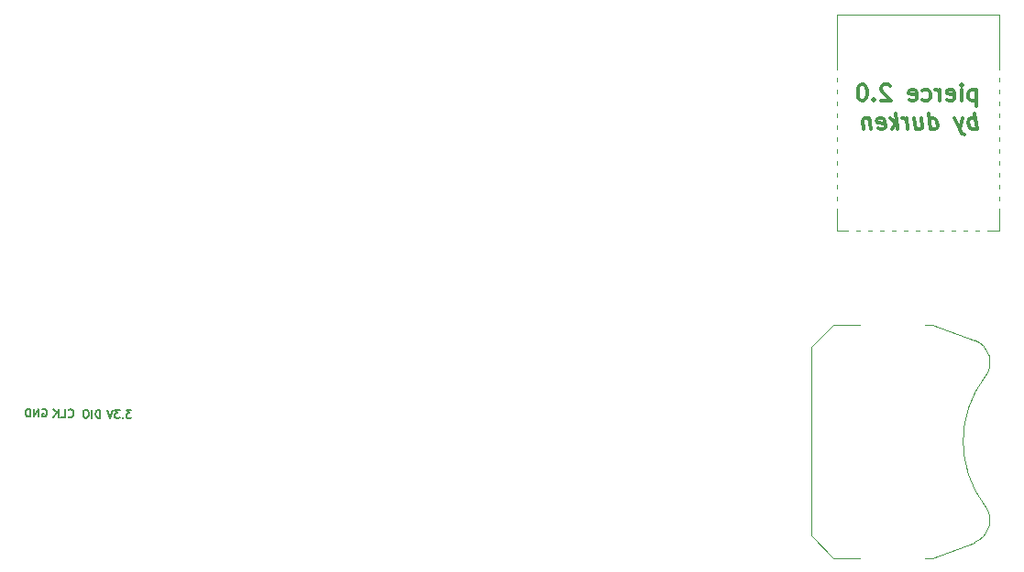
<source format=gbo>
G04 #@! TF.GenerationSoftware,KiCad,Pcbnew,5.1.10*
G04 #@! TF.CreationDate,2021-10-19T19:02:20+02:00*
G04 #@! TF.ProjectId,pierce,70696572-6365-42e6-9b69-6361645f7063,v 0.1*
G04 #@! TF.SameCoordinates,Original*
G04 #@! TF.FileFunction,Legend,Bot*
G04 #@! TF.FilePolarity,Positive*
%FSLAX46Y46*%
G04 Gerber Fmt 4.6, Leading zero omitted, Abs format (unit mm)*
G04 Created by KiCad (PCBNEW 5.1.10) date 2021-10-19 19:02:20*
%MOMM*%
%LPD*%
G01*
G04 APERTURE LIST*
%ADD10C,0.300000*%
%ADD11C,0.187500*%
%ADD12C,0.100000*%
%ADD13C,1.000000*%
%ADD14C,1.700000*%
%ADD15C,2.400000*%
%ADD16C,2.200000*%
%ADD17C,1.900000*%
%ADD18C,4.000000*%
%ADD19R,1.198880X0.698500*%
%ADD20R,0.698500X1.198880*%
%ADD21C,4.300000*%
%ADD22R,3.960000X3.960000*%
%ADD23R,5.080000X1.270000*%
%ADD24O,1.700000X1.700000*%
%ADD25R,1.700000X1.700000*%
G04 APERTURE END LIST*
D10*
X141255171Y-52194171D02*
X141255171Y-53694171D01*
X141255171Y-52265600D02*
X141112314Y-52194171D01*
X140826600Y-52194171D01*
X140683742Y-52265600D01*
X140612314Y-52337028D01*
X140540885Y-52479885D01*
X140540885Y-52908457D01*
X140612314Y-53051314D01*
X140683742Y-53122742D01*
X140826600Y-53194171D01*
X141112314Y-53194171D01*
X141255171Y-53122742D01*
X139898028Y-53194171D02*
X139898028Y-52194171D01*
X139898028Y-51694171D02*
X139969457Y-51765600D01*
X139898028Y-51837028D01*
X139826600Y-51765600D01*
X139898028Y-51694171D01*
X139898028Y-51837028D01*
X138612314Y-53122742D02*
X138755171Y-53194171D01*
X139040885Y-53194171D01*
X139183742Y-53122742D01*
X139255171Y-52979885D01*
X139255171Y-52408457D01*
X139183742Y-52265600D01*
X139040885Y-52194171D01*
X138755171Y-52194171D01*
X138612314Y-52265600D01*
X138540885Y-52408457D01*
X138540885Y-52551314D01*
X139255171Y-52694171D01*
X137898028Y-53194171D02*
X137898028Y-52194171D01*
X137898028Y-52479885D02*
X137826600Y-52337028D01*
X137755171Y-52265600D01*
X137612314Y-52194171D01*
X137469457Y-52194171D01*
X136326600Y-53122742D02*
X136469457Y-53194171D01*
X136755171Y-53194171D01*
X136898028Y-53122742D01*
X136969457Y-53051314D01*
X137040885Y-52908457D01*
X137040885Y-52479885D01*
X136969457Y-52337028D01*
X136898028Y-52265600D01*
X136755171Y-52194171D01*
X136469457Y-52194171D01*
X136326600Y-52265600D01*
X135112314Y-53122742D02*
X135255171Y-53194171D01*
X135540885Y-53194171D01*
X135683742Y-53122742D01*
X135755171Y-52979885D01*
X135755171Y-52408457D01*
X135683742Y-52265600D01*
X135540885Y-52194171D01*
X135255171Y-52194171D01*
X135112314Y-52265600D01*
X135040885Y-52408457D01*
X135040885Y-52551314D01*
X135755171Y-52694171D01*
X133326600Y-51837028D02*
X133255171Y-51765600D01*
X133112314Y-51694171D01*
X132755171Y-51694171D01*
X132612314Y-51765600D01*
X132540885Y-51837028D01*
X132469457Y-51979885D01*
X132469457Y-52122742D01*
X132540885Y-52337028D01*
X133398028Y-53194171D01*
X132469457Y-53194171D01*
X131826600Y-53051314D02*
X131755171Y-53122742D01*
X131826600Y-53194171D01*
X131898028Y-53122742D01*
X131826600Y-53051314D01*
X131826600Y-53194171D01*
X130826600Y-51694171D02*
X130683742Y-51694171D01*
X130540885Y-51765600D01*
X130469457Y-51837028D01*
X130398028Y-51979885D01*
X130326600Y-52265600D01*
X130326600Y-52622742D01*
X130398028Y-52908457D01*
X130469457Y-53051314D01*
X130540885Y-53122742D01*
X130683742Y-53194171D01*
X130826600Y-53194171D01*
X130969457Y-53122742D01*
X131040885Y-53051314D01*
X131112314Y-52908457D01*
X131183742Y-52622742D01*
X131183742Y-52265600D01*
X131112314Y-51979885D01*
X131040885Y-51837028D01*
X130969457Y-51765600D01*
X130826600Y-51694171D01*
X141323957Y-55835771D02*
X141136457Y-54335771D01*
X141207885Y-54907200D02*
X141056100Y-54835771D01*
X140770385Y-54835771D01*
X140636457Y-54907200D01*
X140573957Y-54978628D01*
X140520385Y-55121485D01*
X140573957Y-55550057D01*
X140663242Y-55692914D01*
X140743600Y-55764342D01*
X140895385Y-55835771D01*
X141181100Y-55835771D01*
X141315028Y-55764342D01*
X139984671Y-54835771D02*
X139752528Y-55835771D01*
X139270385Y-54835771D02*
X139752528Y-55835771D01*
X139940028Y-56192914D01*
X140020385Y-56264342D01*
X140172171Y-56335771D01*
X137038242Y-55835771D02*
X136850742Y-54335771D01*
X137029314Y-55764342D02*
X137181100Y-55835771D01*
X137466814Y-55835771D01*
X137600742Y-55764342D01*
X137663242Y-55692914D01*
X137716814Y-55550057D01*
X137663242Y-55121485D01*
X137573957Y-54978628D01*
X137493600Y-54907200D01*
X137341814Y-54835771D01*
X137056100Y-54835771D01*
X136922171Y-54907200D01*
X135556100Y-54835771D02*
X135681100Y-55835771D01*
X136198957Y-54835771D02*
X136297171Y-55621485D01*
X136243600Y-55764342D01*
X136109671Y-55835771D01*
X135895385Y-55835771D01*
X135743600Y-55764342D01*
X135663242Y-55692914D01*
X134966814Y-55835771D02*
X134841814Y-54835771D01*
X134877528Y-55121485D02*
X134788242Y-54978628D01*
X134707885Y-54907200D01*
X134556100Y-54835771D01*
X134413242Y-54835771D01*
X134038242Y-55835771D02*
X133850742Y-54335771D01*
X133823957Y-55264342D02*
X133466814Y-55835771D01*
X133341814Y-54835771D02*
X133984671Y-55407200D01*
X132243600Y-55764342D02*
X132395385Y-55835771D01*
X132681100Y-55835771D01*
X132815028Y-55764342D01*
X132868600Y-55621485D01*
X132797171Y-55050057D01*
X132707885Y-54907200D01*
X132556100Y-54835771D01*
X132270385Y-54835771D01*
X132136457Y-54907200D01*
X132082885Y-55050057D01*
X132100742Y-55192914D01*
X132832885Y-55335771D01*
X131413242Y-54835771D02*
X131538242Y-55835771D01*
X131431100Y-54978628D02*
X131350742Y-54907200D01*
X131198957Y-54835771D01*
X130984671Y-54835771D01*
X130850742Y-54907200D01*
X130797171Y-55050057D01*
X130895385Y-55835771D01*
D11*
X57418628Y-82411457D02*
X57454342Y-82447171D01*
X57561485Y-82482885D01*
X57632914Y-82482885D01*
X57740057Y-82447171D01*
X57811485Y-82375742D01*
X57847200Y-82304314D01*
X57882914Y-82161457D01*
X57882914Y-82054314D01*
X57847200Y-81911457D01*
X57811485Y-81840028D01*
X57740057Y-81768600D01*
X57632914Y-81732885D01*
X57561485Y-81732885D01*
X57454342Y-81768600D01*
X57418628Y-81804314D01*
X56740057Y-82482885D02*
X57097200Y-82482885D01*
X57097200Y-81732885D01*
X56490057Y-82482885D02*
X56490057Y-81732885D01*
X56061485Y-82482885D02*
X56382914Y-82054314D01*
X56061485Y-81732885D02*
X56490057Y-82161457D01*
X60356257Y-82533685D02*
X60356257Y-81783685D01*
X60177685Y-81783685D01*
X60070542Y-81819400D01*
X59999114Y-81890828D01*
X59963400Y-81962257D01*
X59927685Y-82105114D01*
X59927685Y-82212257D01*
X59963400Y-82355114D01*
X59999114Y-82426542D01*
X60070542Y-82497971D01*
X60177685Y-82533685D01*
X60356257Y-82533685D01*
X59606257Y-82533685D02*
X59606257Y-81783685D01*
X59106257Y-81783685D02*
X58963400Y-81783685D01*
X58891971Y-81819400D01*
X58820542Y-81890828D01*
X58784828Y-82033685D01*
X58784828Y-82283685D01*
X58820542Y-82426542D01*
X58891971Y-82497971D01*
X58963400Y-82533685D01*
X59106257Y-82533685D01*
X59177685Y-82497971D01*
X59249114Y-82426542D01*
X59284828Y-82283685D01*
X59284828Y-82033685D01*
X59249114Y-81890828D01*
X59177685Y-81819400D01*
X59106257Y-81783685D01*
X55029028Y-81717800D02*
X55100457Y-81682085D01*
X55207600Y-81682085D01*
X55314742Y-81717800D01*
X55386171Y-81789228D01*
X55421885Y-81860657D01*
X55457600Y-82003514D01*
X55457600Y-82110657D01*
X55421885Y-82253514D01*
X55386171Y-82324942D01*
X55314742Y-82396371D01*
X55207600Y-82432085D01*
X55136171Y-82432085D01*
X55029028Y-82396371D01*
X54993314Y-82360657D01*
X54993314Y-82110657D01*
X55136171Y-82110657D01*
X54671885Y-82432085D02*
X54671885Y-81682085D01*
X54243314Y-82432085D01*
X54243314Y-81682085D01*
X53886171Y-82432085D02*
X53886171Y-81682085D01*
X53707600Y-81682085D01*
X53600457Y-81717800D01*
X53529028Y-81789228D01*
X53493314Y-81860657D01*
X53457600Y-82003514D01*
X53457600Y-82110657D01*
X53493314Y-82253514D01*
X53529028Y-82324942D01*
X53600457Y-82396371D01*
X53707600Y-82432085D01*
X53886171Y-82432085D01*
X63235542Y-81809085D02*
X62771257Y-81809085D01*
X63021257Y-82094800D01*
X62914114Y-82094800D01*
X62842685Y-82130514D01*
X62806971Y-82166228D01*
X62771257Y-82237657D01*
X62771257Y-82416228D01*
X62806971Y-82487657D01*
X62842685Y-82523371D01*
X62914114Y-82559085D01*
X63128400Y-82559085D01*
X63199828Y-82523371D01*
X63235542Y-82487657D01*
X62449828Y-82487657D02*
X62414114Y-82523371D01*
X62449828Y-82559085D01*
X62485542Y-82523371D01*
X62449828Y-82487657D01*
X62449828Y-82559085D01*
X62164114Y-81809085D02*
X61699828Y-81809085D01*
X61949828Y-82094800D01*
X61842685Y-82094800D01*
X61771257Y-82130514D01*
X61735542Y-82166228D01*
X61699828Y-82237657D01*
X61699828Y-82416228D01*
X61735542Y-82487657D01*
X61771257Y-82523371D01*
X61842685Y-82559085D01*
X62056971Y-82559085D01*
X62128400Y-82523371D01*
X62164114Y-82487657D01*
X61485542Y-81809085D02*
X61235542Y-82559085D01*
X60985542Y-81809085D01*
D12*
X143413480Y-45201840D02*
X143413480Y-65201800D01*
X128417320Y-45201840D02*
X143413480Y-45201840D01*
X128417320Y-65201800D02*
X128417320Y-45201840D01*
X143413480Y-65201800D02*
X128417320Y-65201800D01*
X136553200Y-95480000D02*
X137183200Y-95480000D01*
X128093200Y-95480000D02*
X130553200Y-95480000D01*
X136553200Y-73920000D02*
X137183200Y-73920000D01*
X128093200Y-73920000D02*
X130553200Y-73920000D01*
X137183200Y-95480000D02*
X141133200Y-94040000D01*
X126013200Y-93400000D02*
X128093200Y-95480000D01*
X126013200Y-93400000D02*
X126013200Y-76000000D01*
X126013200Y-76000000D02*
X128093200Y-73920000D01*
X137183200Y-73920000D02*
X141133200Y-75360000D01*
X142106736Y-78695399D02*
G75*
G03*
X142103200Y-90700000I7806464J-6004601D01*
G01*
X142119730Y-78696646D02*
G75*
G03*
X141133200Y-75360000I-1716530J1306646D01*
G01*
X141141369Y-94025244D02*
G75*
G03*
X142103200Y-90700000I-738169J2015244D01*
G01*
%LPC*%
D13*
X112408391Y-41904940D03*
X122848391Y-41904940D03*
D14*
X112548391Y-37704940D03*
X122708391Y-37704940D03*
D15*
X115088391Y-33204940D03*
X115088391Y-33704940D03*
X120168391Y-33704940D03*
X120168391Y-33204940D03*
G36*
G01*
X120538489Y-34092478D02*
X120538489Y-34092478D01*
G75*
G02*
X121630333Y-34188002I498160J-593684D01*
G01*
X122433817Y-35145558D01*
G75*
G02*
X122338293Y-36237402I-593684J-498160D01*
G01*
X122338293Y-36237402D01*
G75*
G02*
X121246449Y-36141878I-498160J593684D01*
G01*
X120442965Y-35184322D01*
G75*
G02*
X120538489Y-34092478I593684J498160D01*
G01*
G37*
X115088391Y-32624940D03*
G36*
G01*
X112918489Y-36237402D02*
X112918489Y-36237402D01*
G75*
G02*
X112822965Y-35145558I498160J593684D01*
G01*
X113626449Y-34188002D01*
G75*
G02*
X114718293Y-34092478I593684J-498160D01*
G01*
X114718293Y-34092478D01*
G75*
G02*
X114813817Y-35184322I-498160J-593684D01*
G01*
X114010333Y-36141878D01*
G75*
G02*
X112918489Y-36237402I-593684J498160D01*
G01*
G37*
X120168391Y-32624940D03*
D16*
X117628391Y-31804940D03*
G36*
G01*
X111821325Y-34647589D02*
X111821325Y-34647589D01*
G75*
G02*
X111744289Y-33767069I401742J478778D01*
G01*
X112354937Y-33039327D01*
G75*
G02*
X113235457Y-32962291I478778J-401742D01*
G01*
X113235457Y-32962291D01*
G75*
G02*
X113312493Y-33842811I-401742J-478778D01*
G01*
X112701845Y-34570553D01*
G75*
G02*
X111821325Y-34647589I-478778J401742D01*
G01*
G37*
D17*
X123128391Y-37704940D03*
X112128391Y-37704940D03*
D18*
X117628391Y-37704940D03*
G36*
G01*
X122021325Y-32962291D02*
X122021325Y-32962291D01*
G75*
G02*
X122901845Y-33039327I401742J-478778D01*
G01*
X123512493Y-33767069D01*
G75*
G02*
X123435457Y-34647589I-478778J-401742D01*
G01*
X123435457Y-34647589D01*
G75*
G02*
X122554937Y-34570553I-401742J478778D01*
G01*
X121944289Y-33842811D01*
G75*
G02*
X122021325Y-32962291I478778J401742D01*
G01*
G37*
D13*
X112408391Y-60904940D03*
X122848391Y-60904940D03*
D14*
X112548391Y-56704940D03*
X122708391Y-56704940D03*
D15*
X115088391Y-52204940D03*
X115088391Y-52704940D03*
X120168391Y-52704940D03*
X120168391Y-52204940D03*
G36*
G01*
X120538489Y-53092478D02*
X120538489Y-53092478D01*
G75*
G02*
X121630333Y-53188002I498160J-593684D01*
G01*
X122433817Y-54145558D01*
G75*
G02*
X122338293Y-55237402I-593684J-498160D01*
G01*
X122338293Y-55237402D01*
G75*
G02*
X121246449Y-55141878I-498160J593684D01*
G01*
X120442965Y-54184322D01*
G75*
G02*
X120538489Y-53092478I593684J498160D01*
G01*
G37*
X115088391Y-51624940D03*
G36*
G01*
X112918489Y-55237402D02*
X112918489Y-55237402D01*
G75*
G02*
X112822965Y-54145558I498160J593684D01*
G01*
X113626449Y-53188002D01*
G75*
G02*
X114718293Y-53092478I593684J-498160D01*
G01*
X114718293Y-53092478D01*
G75*
G02*
X114813817Y-54184322I-498160J-593684D01*
G01*
X114010333Y-55141878D01*
G75*
G02*
X112918489Y-55237402I-593684J498160D01*
G01*
G37*
X120168391Y-51624940D03*
D16*
X117628391Y-50804940D03*
G36*
G01*
X111821325Y-53647589D02*
X111821325Y-53647589D01*
G75*
G02*
X111744289Y-52767069I401742J478778D01*
G01*
X112354937Y-52039327D01*
G75*
G02*
X113235457Y-51962291I478778J-401742D01*
G01*
X113235457Y-51962291D01*
G75*
G02*
X113312493Y-52842811I-401742J-478778D01*
G01*
X112701845Y-53570553D01*
G75*
G02*
X111821325Y-53647589I-478778J401742D01*
G01*
G37*
D17*
X123128391Y-56704940D03*
X112128391Y-56704940D03*
D18*
X117628391Y-56704940D03*
G36*
G01*
X122021325Y-51962291D02*
X122021325Y-51962291D01*
G75*
G02*
X122901845Y-52039327I401742J-478778D01*
G01*
X123512493Y-52767069D01*
G75*
G02*
X123435457Y-53647589I-478778J-401742D01*
G01*
X123435457Y-53647589D01*
G75*
G02*
X122554937Y-53570553I-401742J478778D01*
G01*
X121944289Y-52842811D01*
G75*
G02*
X122021325Y-51962291I478778J401742D01*
G01*
G37*
D13*
X36408391Y-89853598D03*
X46848391Y-89853598D03*
D14*
X36548391Y-85653598D03*
X46708391Y-85653598D03*
D15*
X39088391Y-81153598D03*
X39088391Y-81653598D03*
X44168391Y-81653598D03*
X44168391Y-81153598D03*
G36*
G01*
X44538489Y-82041136D02*
X44538489Y-82041136D01*
G75*
G02*
X45630333Y-82136660I498160J-593684D01*
G01*
X46433817Y-83094216D01*
G75*
G02*
X46338293Y-84186060I-593684J-498160D01*
G01*
X46338293Y-84186060D01*
G75*
G02*
X45246449Y-84090536I-498160J593684D01*
G01*
X44442965Y-83132980D01*
G75*
G02*
X44538489Y-82041136I593684J498160D01*
G01*
G37*
X39088391Y-80573598D03*
G36*
G01*
X36918489Y-84186060D02*
X36918489Y-84186060D01*
G75*
G02*
X36822965Y-83094216I498160J593684D01*
G01*
X37626449Y-82136660D01*
G75*
G02*
X38718293Y-82041136I593684J-498160D01*
G01*
X38718293Y-82041136D01*
G75*
G02*
X38813817Y-83132980I-498160J-593684D01*
G01*
X38010333Y-84090536D01*
G75*
G02*
X36918489Y-84186060I-593684J498160D01*
G01*
G37*
X44168391Y-80573598D03*
D16*
X41628391Y-79753598D03*
G36*
G01*
X35821325Y-82596247D02*
X35821325Y-82596247D01*
G75*
G02*
X35744289Y-81715727I401742J478778D01*
G01*
X36354937Y-80987985D01*
G75*
G02*
X37235457Y-80910949I478778J-401742D01*
G01*
X37235457Y-80910949D01*
G75*
G02*
X37312493Y-81791469I-401742J-478778D01*
G01*
X36701845Y-82519211D01*
G75*
G02*
X35821325Y-82596247I-478778J401742D01*
G01*
G37*
D17*
X47128391Y-85653598D03*
X36128391Y-85653598D03*
D18*
X41628391Y-85653598D03*
G36*
G01*
X46021325Y-80910949D02*
X46021325Y-80910949D01*
G75*
G02*
X46901845Y-80987985I401742J-478778D01*
G01*
X47512493Y-81715727D01*
G75*
G02*
X47435457Y-82596247I-478778J-401742D01*
G01*
X47435457Y-82596247D01*
G75*
G02*
X46554937Y-82519211I-401742J478778D01*
G01*
X45944289Y-81791469D01*
G75*
G02*
X46021325Y-80910949I478778J401742D01*
G01*
G37*
D13*
X36408391Y-70853598D03*
X46848391Y-70853598D03*
D14*
X36548391Y-66653598D03*
X46708391Y-66653598D03*
D15*
X39088391Y-62153598D03*
X39088391Y-62653598D03*
X44168391Y-62653598D03*
X44168391Y-62153598D03*
G36*
G01*
X44538489Y-63041136D02*
X44538489Y-63041136D01*
G75*
G02*
X45630333Y-63136660I498160J-593684D01*
G01*
X46433817Y-64094216D01*
G75*
G02*
X46338293Y-65186060I-593684J-498160D01*
G01*
X46338293Y-65186060D01*
G75*
G02*
X45246449Y-65090536I-498160J593684D01*
G01*
X44442965Y-64132980D01*
G75*
G02*
X44538489Y-63041136I593684J498160D01*
G01*
G37*
X39088391Y-61573598D03*
G36*
G01*
X36918489Y-65186060D02*
X36918489Y-65186060D01*
G75*
G02*
X36822965Y-64094216I498160J593684D01*
G01*
X37626449Y-63136660D01*
G75*
G02*
X38718293Y-63041136I593684J-498160D01*
G01*
X38718293Y-63041136D01*
G75*
G02*
X38813817Y-64132980I-498160J-593684D01*
G01*
X38010333Y-65090536D01*
G75*
G02*
X36918489Y-65186060I-593684J498160D01*
G01*
G37*
X44168391Y-61573598D03*
D16*
X41628391Y-60753598D03*
G36*
G01*
X35821325Y-63596247D02*
X35821325Y-63596247D01*
G75*
G02*
X35744289Y-62715727I401742J478778D01*
G01*
X36354937Y-61987985D01*
G75*
G02*
X37235457Y-61910949I478778J-401742D01*
G01*
X37235457Y-61910949D01*
G75*
G02*
X37312493Y-62791469I-401742J-478778D01*
G01*
X36701845Y-63519211D01*
G75*
G02*
X35821325Y-63596247I-478778J401742D01*
G01*
G37*
D17*
X47128391Y-66653598D03*
X36128391Y-66653598D03*
D18*
X41628391Y-66653598D03*
G36*
G01*
X46021325Y-61910949D02*
X46021325Y-61910949D01*
G75*
G02*
X46901845Y-61987985I401742J-478778D01*
G01*
X47512493Y-62715727D01*
G75*
G02*
X47435457Y-63596247I-478778J-401742D01*
G01*
X47435457Y-63596247D01*
G75*
G02*
X46554937Y-63519211I-401742J478778D01*
G01*
X45944289Y-62791469D01*
G75*
G02*
X46021325Y-61910949I478778J401742D01*
G01*
G37*
D13*
X36408391Y-51853598D03*
X46848391Y-51853598D03*
D14*
X36548391Y-47653598D03*
X46708391Y-47653598D03*
D15*
X39088391Y-43153598D03*
X39088391Y-43653598D03*
X44168391Y-43653598D03*
X44168391Y-43153598D03*
G36*
G01*
X44538489Y-44041136D02*
X44538489Y-44041136D01*
G75*
G02*
X45630333Y-44136660I498160J-593684D01*
G01*
X46433817Y-45094216D01*
G75*
G02*
X46338293Y-46186060I-593684J-498160D01*
G01*
X46338293Y-46186060D01*
G75*
G02*
X45246449Y-46090536I-498160J593684D01*
G01*
X44442965Y-45132980D01*
G75*
G02*
X44538489Y-44041136I593684J498160D01*
G01*
G37*
X39088391Y-42573598D03*
G36*
G01*
X36918489Y-46186060D02*
X36918489Y-46186060D01*
G75*
G02*
X36822965Y-45094216I498160J593684D01*
G01*
X37626449Y-44136660D01*
G75*
G02*
X38718293Y-44041136I593684J-498160D01*
G01*
X38718293Y-44041136D01*
G75*
G02*
X38813817Y-45132980I-498160J-593684D01*
G01*
X38010333Y-46090536D01*
G75*
G02*
X36918489Y-46186060I-593684J498160D01*
G01*
G37*
X44168391Y-42573598D03*
D16*
X41628391Y-41753598D03*
G36*
G01*
X35821325Y-44596247D02*
X35821325Y-44596247D01*
G75*
G02*
X35744289Y-43715727I401742J478778D01*
G01*
X36354937Y-42987985D01*
G75*
G02*
X37235457Y-42910949I478778J-401742D01*
G01*
X37235457Y-42910949D01*
G75*
G02*
X37312493Y-43791469I-401742J-478778D01*
G01*
X36701845Y-44519211D01*
G75*
G02*
X35821325Y-44596247I-478778J401742D01*
G01*
G37*
D17*
X47128391Y-47653598D03*
X36128391Y-47653598D03*
D18*
X41628391Y-47653598D03*
G36*
G01*
X46021325Y-42910949D02*
X46021325Y-42910949D01*
G75*
G02*
X46901845Y-42987985I401742J-478778D01*
G01*
X47512493Y-43715727D01*
G75*
G02*
X47435457Y-44596247I-478778J-401742D01*
G01*
X47435457Y-44596247D01*
G75*
G02*
X46554937Y-44519211I-401742J478778D01*
G01*
X45944289Y-43791469D01*
G75*
G02*
X46021325Y-42910949I478778J401742D01*
G01*
G37*
D13*
X55408391Y-58405582D03*
X65848391Y-58405582D03*
D14*
X55548391Y-54205582D03*
X65708391Y-54205582D03*
D15*
X58088391Y-49705582D03*
X58088391Y-50205582D03*
X63168391Y-50205582D03*
X63168391Y-49705582D03*
G36*
G01*
X63538489Y-50593120D02*
X63538489Y-50593120D01*
G75*
G02*
X64630333Y-50688644I498160J-593684D01*
G01*
X65433817Y-51646200D01*
G75*
G02*
X65338293Y-52738044I-593684J-498160D01*
G01*
X65338293Y-52738044D01*
G75*
G02*
X64246449Y-52642520I-498160J593684D01*
G01*
X63442965Y-51684964D01*
G75*
G02*
X63538489Y-50593120I593684J498160D01*
G01*
G37*
X58088391Y-49125582D03*
G36*
G01*
X55918489Y-52738044D02*
X55918489Y-52738044D01*
G75*
G02*
X55822965Y-51646200I498160J593684D01*
G01*
X56626449Y-50688644D01*
G75*
G02*
X57718293Y-50593120I593684J-498160D01*
G01*
X57718293Y-50593120D01*
G75*
G02*
X57813817Y-51684964I-498160J-593684D01*
G01*
X57010333Y-52642520D01*
G75*
G02*
X55918489Y-52738044I-593684J498160D01*
G01*
G37*
X63168391Y-49125582D03*
D16*
X60628391Y-48305582D03*
G36*
G01*
X54821325Y-51148231D02*
X54821325Y-51148231D01*
G75*
G02*
X54744289Y-50267711I401742J478778D01*
G01*
X55354937Y-49539969D01*
G75*
G02*
X56235457Y-49462933I478778J-401742D01*
G01*
X56235457Y-49462933D01*
G75*
G02*
X56312493Y-50343453I-401742J-478778D01*
G01*
X55701845Y-51071195D01*
G75*
G02*
X54821325Y-51148231I-478778J401742D01*
G01*
G37*
D17*
X66128391Y-54205582D03*
X55128391Y-54205582D03*
D18*
X60628391Y-54205582D03*
G36*
G01*
X65021325Y-49462933D02*
X65021325Y-49462933D01*
G75*
G02*
X65901845Y-49539969I401742J-478778D01*
G01*
X66512493Y-50267711D01*
G75*
G02*
X66435457Y-51148231I-478778J-401742D01*
G01*
X66435457Y-51148231D01*
G75*
G02*
X65554937Y-51071195I-401742J478778D01*
G01*
X64944289Y-50343453D01*
G75*
G02*
X65021325Y-49462933I478778J401742D01*
G01*
G37*
D13*
X55408391Y-77405582D03*
X65848391Y-77405582D03*
D14*
X55548391Y-73205582D03*
X65708391Y-73205582D03*
D15*
X58088391Y-68705582D03*
X58088391Y-69205582D03*
X63168391Y-69205582D03*
X63168391Y-68705582D03*
G36*
G01*
X63538489Y-69593120D02*
X63538489Y-69593120D01*
G75*
G02*
X64630333Y-69688644I498160J-593684D01*
G01*
X65433817Y-70646200D01*
G75*
G02*
X65338293Y-71738044I-593684J-498160D01*
G01*
X65338293Y-71738044D01*
G75*
G02*
X64246449Y-71642520I-498160J593684D01*
G01*
X63442965Y-70684964D01*
G75*
G02*
X63538489Y-69593120I593684J498160D01*
G01*
G37*
X58088391Y-68125582D03*
G36*
G01*
X55918489Y-71738044D02*
X55918489Y-71738044D01*
G75*
G02*
X55822965Y-70646200I498160J593684D01*
G01*
X56626449Y-69688644D01*
G75*
G02*
X57718293Y-69593120I593684J-498160D01*
G01*
X57718293Y-69593120D01*
G75*
G02*
X57813817Y-70684964I-498160J-593684D01*
G01*
X57010333Y-71642520D01*
G75*
G02*
X55918489Y-71738044I-593684J498160D01*
G01*
G37*
X63168391Y-68125582D03*
D16*
X60628391Y-67305582D03*
G36*
G01*
X54821325Y-70148231D02*
X54821325Y-70148231D01*
G75*
G02*
X54744289Y-69267711I401742J478778D01*
G01*
X55354937Y-68539969D01*
G75*
G02*
X56235457Y-68462933I478778J-401742D01*
G01*
X56235457Y-68462933D01*
G75*
G02*
X56312493Y-69343453I-401742J-478778D01*
G01*
X55701845Y-70071195D01*
G75*
G02*
X54821325Y-70148231I-478778J401742D01*
G01*
G37*
D17*
X66128391Y-73205582D03*
X55128391Y-73205582D03*
D18*
X60628391Y-73205582D03*
G36*
G01*
X65021325Y-68462933D02*
X65021325Y-68462933D01*
G75*
G02*
X65901845Y-68539969I401742J-478778D01*
G01*
X66512493Y-69267711D01*
G75*
G02*
X66435457Y-70148231I-478778J-401742D01*
G01*
X66435457Y-70148231D01*
G75*
G02*
X65554937Y-70071195I-401742J478778D01*
G01*
X64944289Y-69343453D01*
G75*
G02*
X65021325Y-68462933I478778J401742D01*
G01*
G37*
D13*
X74408391Y-75155144D03*
X84848391Y-75155144D03*
D14*
X74548391Y-70955144D03*
X84708391Y-70955144D03*
D15*
X77088391Y-66455144D03*
X77088391Y-66955144D03*
X82168391Y-66955144D03*
X82168391Y-66455144D03*
G36*
G01*
X82538489Y-67342682D02*
X82538489Y-67342682D01*
G75*
G02*
X83630333Y-67438206I498160J-593684D01*
G01*
X84433817Y-68395762D01*
G75*
G02*
X84338293Y-69487606I-593684J-498160D01*
G01*
X84338293Y-69487606D01*
G75*
G02*
X83246449Y-69392082I-498160J593684D01*
G01*
X82442965Y-68434526D01*
G75*
G02*
X82538489Y-67342682I593684J498160D01*
G01*
G37*
X77088391Y-65875144D03*
G36*
G01*
X74918489Y-69487606D02*
X74918489Y-69487606D01*
G75*
G02*
X74822965Y-68395762I498160J593684D01*
G01*
X75626449Y-67438206D01*
G75*
G02*
X76718293Y-67342682I593684J-498160D01*
G01*
X76718293Y-67342682D01*
G75*
G02*
X76813817Y-68434526I-498160J-593684D01*
G01*
X76010333Y-69392082D01*
G75*
G02*
X74918489Y-69487606I-593684J498160D01*
G01*
G37*
X82168391Y-65875144D03*
D16*
X79628391Y-65055144D03*
G36*
G01*
X73821325Y-67897793D02*
X73821325Y-67897793D01*
G75*
G02*
X73744289Y-67017273I401742J478778D01*
G01*
X74354937Y-66289531D01*
G75*
G02*
X75235457Y-66212495I478778J-401742D01*
G01*
X75235457Y-66212495D01*
G75*
G02*
X75312493Y-67093015I-401742J-478778D01*
G01*
X74701845Y-67820757D01*
G75*
G02*
X73821325Y-67897793I-478778J401742D01*
G01*
G37*
D17*
X85128391Y-70955144D03*
X74128391Y-70955144D03*
D18*
X79628391Y-70955144D03*
G36*
G01*
X84021325Y-66212495D02*
X84021325Y-66212495D01*
G75*
G02*
X84901845Y-66289531I401742J-478778D01*
G01*
X85512493Y-67017273D01*
G75*
G02*
X85435457Y-67897793I-478778J-401742D01*
G01*
X85435457Y-67897793D01*
G75*
G02*
X84554937Y-67820757I-401742J478778D01*
G01*
X83944289Y-67093015D01*
G75*
G02*
X84021325Y-66212495I478778J401742D01*
G01*
G37*
D13*
X74408391Y-56155144D03*
X84848391Y-56155144D03*
D14*
X74548391Y-51955144D03*
X84708391Y-51955144D03*
D15*
X77088391Y-47455144D03*
X77088391Y-47955144D03*
X82168391Y-47955144D03*
X82168391Y-47455144D03*
G36*
G01*
X82538489Y-48342682D02*
X82538489Y-48342682D01*
G75*
G02*
X83630333Y-48438206I498160J-593684D01*
G01*
X84433817Y-49395762D01*
G75*
G02*
X84338293Y-50487606I-593684J-498160D01*
G01*
X84338293Y-50487606D01*
G75*
G02*
X83246449Y-50392082I-498160J593684D01*
G01*
X82442965Y-49434526D01*
G75*
G02*
X82538489Y-48342682I593684J498160D01*
G01*
G37*
X77088391Y-46875144D03*
G36*
G01*
X74918489Y-50487606D02*
X74918489Y-50487606D01*
G75*
G02*
X74822965Y-49395762I498160J593684D01*
G01*
X75626449Y-48438206D01*
G75*
G02*
X76718293Y-48342682I593684J-498160D01*
G01*
X76718293Y-48342682D01*
G75*
G02*
X76813817Y-49434526I-498160J-593684D01*
G01*
X76010333Y-50392082D01*
G75*
G02*
X74918489Y-50487606I-593684J498160D01*
G01*
G37*
X82168391Y-46875144D03*
D16*
X79628391Y-46055144D03*
G36*
G01*
X73821325Y-48897793D02*
X73821325Y-48897793D01*
G75*
G02*
X73744289Y-48017273I401742J478778D01*
G01*
X74354937Y-47289531D01*
G75*
G02*
X75235457Y-47212495I478778J-401742D01*
G01*
X75235457Y-47212495D01*
G75*
G02*
X75312493Y-48093015I-401742J-478778D01*
G01*
X74701845Y-48820757D01*
G75*
G02*
X73821325Y-48897793I-478778J401742D01*
G01*
G37*
D17*
X85128391Y-51955144D03*
X74128391Y-51955144D03*
D18*
X79628391Y-51955144D03*
G36*
G01*
X84021325Y-47212495D02*
X84021325Y-47212495D01*
G75*
G02*
X84901845Y-47289531I401742J-478778D01*
G01*
X85512493Y-48017273D01*
G75*
G02*
X85435457Y-48897793I-478778J-401742D01*
G01*
X85435457Y-48897793D01*
G75*
G02*
X84554937Y-48820757I-401742J478778D01*
G01*
X83944289Y-48093015D01*
G75*
G02*
X84021325Y-47212495I478778J401742D01*
G01*
G37*
D13*
X55408391Y-39405582D03*
X65848391Y-39405582D03*
D14*
X55548391Y-35205582D03*
X65708391Y-35205582D03*
D15*
X58088391Y-30705582D03*
X58088391Y-31205582D03*
X63168391Y-31205582D03*
X63168391Y-30705582D03*
G36*
G01*
X63538489Y-31593120D02*
X63538489Y-31593120D01*
G75*
G02*
X64630333Y-31688644I498160J-593684D01*
G01*
X65433817Y-32646200D01*
G75*
G02*
X65338293Y-33738044I-593684J-498160D01*
G01*
X65338293Y-33738044D01*
G75*
G02*
X64246449Y-33642520I-498160J593684D01*
G01*
X63442965Y-32684964D01*
G75*
G02*
X63538489Y-31593120I593684J498160D01*
G01*
G37*
X58088391Y-30125582D03*
G36*
G01*
X55918489Y-33738044D02*
X55918489Y-33738044D01*
G75*
G02*
X55822965Y-32646200I498160J593684D01*
G01*
X56626449Y-31688644D01*
G75*
G02*
X57718293Y-31593120I593684J-498160D01*
G01*
X57718293Y-31593120D01*
G75*
G02*
X57813817Y-32684964I-498160J-593684D01*
G01*
X57010333Y-33642520D01*
G75*
G02*
X55918489Y-33738044I-593684J498160D01*
G01*
G37*
X63168391Y-30125582D03*
D16*
X60628391Y-29305582D03*
G36*
G01*
X54821325Y-32148231D02*
X54821325Y-32148231D01*
G75*
G02*
X54744289Y-31267711I401742J478778D01*
G01*
X55354937Y-30539969D01*
G75*
G02*
X56235457Y-30462933I478778J-401742D01*
G01*
X56235457Y-30462933D01*
G75*
G02*
X56312493Y-31343453I-401742J-478778D01*
G01*
X55701845Y-32071195D01*
G75*
G02*
X54821325Y-32148231I-478778J401742D01*
G01*
G37*
D17*
X66128391Y-35205582D03*
X55128391Y-35205582D03*
D18*
X60628391Y-35205582D03*
G36*
G01*
X65021325Y-30462933D02*
X65021325Y-30462933D01*
G75*
G02*
X65901845Y-30539969I401742J-478778D01*
G01*
X66512493Y-31267711D01*
G75*
G02*
X66435457Y-32148231I-478778J-401742D01*
G01*
X66435457Y-32148231D01*
G75*
G02*
X65554937Y-32071195I-401742J478778D01*
G01*
X64944289Y-31343453D01*
G75*
G02*
X65021325Y-30462933I478778J401742D01*
G01*
G37*
D13*
X74408391Y-37155144D03*
X84848391Y-37155144D03*
D14*
X74548391Y-32955144D03*
X84708391Y-32955144D03*
D15*
X77088391Y-28455144D03*
X77088391Y-28955144D03*
X82168391Y-28955144D03*
X82168391Y-28455144D03*
G36*
G01*
X82538489Y-29342682D02*
X82538489Y-29342682D01*
G75*
G02*
X83630333Y-29438206I498160J-593684D01*
G01*
X84433817Y-30395762D01*
G75*
G02*
X84338293Y-31487606I-593684J-498160D01*
G01*
X84338293Y-31487606D01*
G75*
G02*
X83246449Y-31392082I-498160J593684D01*
G01*
X82442965Y-30434526D01*
G75*
G02*
X82538489Y-29342682I593684J498160D01*
G01*
G37*
X77088391Y-27875144D03*
G36*
G01*
X74918489Y-31487606D02*
X74918489Y-31487606D01*
G75*
G02*
X74822965Y-30395762I498160J593684D01*
G01*
X75626449Y-29438206D01*
G75*
G02*
X76718293Y-29342682I593684J-498160D01*
G01*
X76718293Y-29342682D01*
G75*
G02*
X76813817Y-30434526I-498160J-593684D01*
G01*
X76010333Y-31392082D01*
G75*
G02*
X74918489Y-31487606I-593684J498160D01*
G01*
G37*
X82168391Y-27875144D03*
D16*
X79628391Y-27055144D03*
G36*
G01*
X73821325Y-29897793D02*
X73821325Y-29897793D01*
G75*
G02*
X73744289Y-29017273I401742J478778D01*
G01*
X74354937Y-28289531D01*
G75*
G02*
X75235457Y-28212495I478778J-401742D01*
G01*
X75235457Y-28212495D01*
G75*
G02*
X75312493Y-29093015I-401742J-478778D01*
G01*
X74701845Y-29820757D01*
G75*
G02*
X73821325Y-29897793I-478778J401742D01*
G01*
G37*
D17*
X85128391Y-32955144D03*
X74128391Y-32955144D03*
D18*
X79628391Y-32955144D03*
G36*
G01*
X84021325Y-28212495D02*
X84021325Y-28212495D01*
G75*
G02*
X84901845Y-28289531I401742J-478778D01*
G01*
X85512493Y-29017273D01*
G75*
G02*
X85435457Y-29897793I-478778J-401742D01*
G01*
X85435457Y-29897793D01*
G75*
G02*
X84554937Y-29820757I-401742J478778D01*
G01*
X83944289Y-29093015D01*
G75*
G02*
X84021325Y-28212495I478778J401742D01*
G01*
G37*
D13*
X93408391Y-39405582D03*
X103848391Y-39405582D03*
D14*
X93548391Y-35205582D03*
X103708391Y-35205582D03*
D15*
X96088391Y-30705582D03*
X96088391Y-31205582D03*
X101168391Y-31205582D03*
X101168391Y-30705582D03*
G36*
G01*
X101538489Y-31593120D02*
X101538489Y-31593120D01*
G75*
G02*
X102630333Y-31688644I498160J-593684D01*
G01*
X103433817Y-32646200D01*
G75*
G02*
X103338293Y-33738044I-593684J-498160D01*
G01*
X103338293Y-33738044D01*
G75*
G02*
X102246449Y-33642520I-498160J593684D01*
G01*
X101442965Y-32684964D01*
G75*
G02*
X101538489Y-31593120I593684J498160D01*
G01*
G37*
X96088391Y-30125582D03*
G36*
G01*
X93918489Y-33738044D02*
X93918489Y-33738044D01*
G75*
G02*
X93822965Y-32646200I498160J593684D01*
G01*
X94626449Y-31688644D01*
G75*
G02*
X95718293Y-31593120I593684J-498160D01*
G01*
X95718293Y-31593120D01*
G75*
G02*
X95813817Y-32684964I-498160J-593684D01*
G01*
X95010333Y-33642520D01*
G75*
G02*
X93918489Y-33738044I-593684J498160D01*
G01*
G37*
X101168391Y-30125582D03*
D16*
X98628391Y-29305582D03*
G36*
G01*
X92821325Y-32148231D02*
X92821325Y-32148231D01*
G75*
G02*
X92744289Y-31267711I401742J478778D01*
G01*
X93354937Y-30539969D01*
G75*
G02*
X94235457Y-30462933I478778J-401742D01*
G01*
X94235457Y-30462933D01*
G75*
G02*
X94312493Y-31343453I-401742J-478778D01*
G01*
X93701845Y-32071195D01*
G75*
G02*
X92821325Y-32148231I-478778J401742D01*
G01*
G37*
D17*
X104128391Y-35205582D03*
X93128391Y-35205582D03*
D18*
X98628391Y-35205582D03*
G36*
G01*
X103021325Y-30462933D02*
X103021325Y-30462933D01*
G75*
G02*
X103901845Y-30539969I401742J-478778D01*
G01*
X104512493Y-31267711D01*
G75*
G02*
X104435457Y-32148231I-478778J-401742D01*
G01*
X104435457Y-32148231D01*
G75*
G02*
X103554937Y-32071195I-401742J478778D01*
G01*
X102944289Y-31343453D01*
G75*
G02*
X103021325Y-30462933I478778J401742D01*
G01*
G37*
D13*
X93408391Y-58405582D03*
X103848391Y-58405582D03*
D14*
X93548391Y-54205582D03*
X103708391Y-54205582D03*
D15*
X96088391Y-49705582D03*
X96088391Y-50205582D03*
X101168391Y-50205582D03*
X101168391Y-49705582D03*
G36*
G01*
X101538489Y-50593120D02*
X101538489Y-50593120D01*
G75*
G02*
X102630333Y-50688644I498160J-593684D01*
G01*
X103433817Y-51646200D01*
G75*
G02*
X103338293Y-52738044I-593684J-498160D01*
G01*
X103338293Y-52738044D01*
G75*
G02*
X102246449Y-52642520I-498160J593684D01*
G01*
X101442965Y-51684964D01*
G75*
G02*
X101538489Y-50593120I593684J498160D01*
G01*
G37*
X96088391Y-49125582D03*
G36*
G01*
X93918489Y-52738044D02*
X93918489Y-52738044D01*
G75*
G02*
X93822965Y-51646200I498160J593684D01*
G01*
X94626449Y-50688644D01*
G75*
G02*
X95718293Y-50593120I593684J-498160D01*
G01*
X95718293Y-50593120D01*
G75*
G02*
X95813817Y-51684964I-498160J-593684D01*
G01*
X95010333Y-52642520D01*
G75*
G02*
X93918489Y-52738044I-593684J498160D01*
G01*
G37*
X101168391Y-49125582D03*
D16*
X98628391Y-48305582D03*
G36*
G01*
X92821325Y-51148231D02*
X92821325Y-51148231D01*
G75*
G02*
X92744289Y-50267711I401742J478778D01*
G01*
X93354937Y-49539969D01*
G75*
G02*
X94235457Y-49462933I478778J-401742D01*
G01*
X94235457Y-49462933D01*
G75*
G02*
X94312493Y-50343453I-401742J-478778D01*
G01*
X93701845Y-51071195D01*
G75*
G02*
X92821325Y-51148231I-478778J401742D01*
G01*
G37*
D17*
X104128391Y-54205582D03*
X93128391Y-54205582D03*
D18*
X98628391Y-54205582D03*
G36*
G01*
X103021325Y-49462933D02*
X103021325Y-49462933D01*
G75*
G02*
X103901845Y-49539969I401742J-478778D01*
G01*
X104512493Y-50267711D01*
G75*
G02*
X104435457Y-51148231I-478778J-401742D01*
G01*
X104435457Y-51148231D01*
G75*
G02*
X103554937Y-51071195I-401742J478778D01*
G01*
X102944289Y-50343453D01*
G75*
G02*
X103021325Y-49462933I478778J401742D01*
G01*
G37*
D13*
X93408391Y-77405582D03*
X103848391Y-77405582D03*
D14*
X93548391Y-73205582D03*
X103708391Y-73205582D03*
D15*
X96088391Y-68705582D03*
X96088391Y-69205582D03*
X101168391Y-69205582D03*
X101168391Y-68705582D03*
G36*
G01*
X101538489Y-69593120D02*
X101538489Y-69593120D01*
G75*
G02*
X102630333Y-69688644I498160J-593684D01*
G01*
X103433817Y-70646200D01*
G75*
G02*
X103338293Y-71738044I-593684J-498160D01*
G01*
X103338293Y-71738044D01*
G75*
G02*
X102246449Y-71642520I-498160J593684D01*
G01*
X101442965Y-70684964D01*
G75*
G02*
X101538489Y-69593120I593684J498160D01*
G01*
G37*
X96088391Y-68125582D03*
G36*
G01*
X93918489Y-71738044D02*
X93918489Y-71738044D01*
G75*
G02*
X93822965Y-70646200I498160J593684D01*
G01*
X94626449Y-69688644D01*
G75*
G02*
X95718293Y-69593120I593684J-498160D01*
G01*
X95718293Y-69593120D01*
G75*
G02*
X95813817Y-70684964I-498160J-593684D01*
G01*
X95010333Y-71642520D01*
G75*
G02*
X93918489Y-71738044I-593684J498160D01*
G01*
G37*
X101168391Y-68125582D03*
D16*
X98628391Y-67305582D03*
G36*
G01*
X92821325Y-70148231D02*
X92821325Y-70148231D01*
G75*
G02*
X92744289Y-69267711I401742J478778D01*
G01*
X93354937Y-68539969D01*
G75*
G02*
X94235457Y-68462933I478778J-401742D01*
G01*
X94235457Y-68462933D01*
G75*
G02*
X94312493Y-69343453I-401742J-478778D01*
G01*
X93701845Y-70071195D01*
G75*
G02*
X92821325Y-70148231I-478778J401742D01*
G01*
G37*
D17*
X104128391Y-73205582D03*
X93128391Y-73205582D03*
D18*
X98628391Y-73205582D03*
G36*
G01*
X103021325Y-68462933D02*
X103021325Y-68462933D01*
G75*
G02*
X103901845Y-68539969I401742J-478778D01*
G01*
X104512493Y-69267711D01*
G75*
G02*
X104435457Y-70148231I-478778J-401742D01*
G01*
X104435457Y-70148231D01*
G75*
G02*
X103554937Y-70071195I-401742J478778D01*
G01*
X102944289Y-69343453D01*
G75*
G02*
X103021325Y-68462933I478778J401742D01*
G01*
G37*
D13*
X112408391Y-79904940D03*
X122848391Y-79904940D03*
D14*
X112548391Y-75704940D03*
X122708391Y-75704940D03*
D15*
X115088391Y-71204940D03*
X115088391Y-71704940D03*
X120168391Y-71704940D03*
X120168391Y-71204940D03*
G36*
G01*
X120538489Y-72092478D02*
X120538489Y-72092478D01*
G75*
G02*
X121630333Y-72188002I498160J-593684D01*
G01*
X122433817Y-73145558D01*
G75*
G02*
X122338293Y-74237402I-593684J-498160D01*
G01*
X122338293Y-74237402D01*
G75*
G02*
X121246449Y-74141878I-498160J593684D01*
G01*
X120442965Y-73184322D01*
G75*
G02*
X120538489Y-72092478I593684J498160D01*
G01*
G37*
X115088391Y-70624940D03*
G36*
G01*
X112918489Y-74237402D02*
X112918489Y-74237402D01*
G75*
G02*
X112822965Y-73145558I498160J593684D01*
G01*
X113626449Y-72188002D01*
G75*
G02*
X114718293Y-72092478I593684J-498160D01*
G01*
X114718293Y-72092478D01*
G75*
G02*
X114813817Y-73184322I-498160J-593684D01*
G01*
X114010333Y-74141878D01*
G75*
G02*
X112918489Y-74237402I-593684J498160D01*
G01*
G37*
X120168391Y-70624940D03*
D16*
X117628391Y-69804940D03*
G36*
G01*
X111821325Y-72647589D02*
X111821325Y-72647589D01*
G75*
G02*
X111744289Y-71767069I401742J478778D01*
G01*
X112354937Y-71039327D01*
G75*
G02*
X113235457Y-70962291I478778J-401742D01*
G01*
X113235457Y-70962291D01*
G75*
G02*
X113312493Y-71842811I-401742J-478778D01*
G01*
X112701845Y-72570553D01*
G75*
G02*
X111821325Y-72647589I-478778J401742D01*
G01*
G37*
D17*
X123128391Y-75704940D03*
X112128391Y-75704940D03*
D18*
X117628391Y-75704940D03*
G36*
G01*
X122021325Y-70962291D02*
X122021325Y-70962291D01*
G75*
G02*
X122901845Y-71039327I401742J-478778D01*
G01*
X123512493Y-71767069D01*
G75*
G02*
X123435457Y-72647589I-478778J-401742D01*
G01*
X123435457Y-72647589D01*
G75*
G02*
X122554937Y-72570553I-401742J478778D01*
G01*
X121944289Y-71842811D01*
G75*
G02*
X122021325Y-70962291I478778J401742D01*
G01*
G37*
D13*
X84410000Y-97340000D03*
X94850000Y-97340000D03*
D14*
X84550000Y-93140000D03*
X94710000Y-93140000D03*
D15*
X87090000Y-88640000D03*
X87090000Y-89140000D03*
X92170000Y-89140000D03*
X92170000Y-88640000D03*
G36*
G01*
X92540098Y-89527538D02*
X92540098Y-89527538D01*
G75*
G02*
X93631942Y-89623062I498160J-593684D01*
G01*
X94435426Y-90580618D01*
G75*
G02*
X94339902Y-91672462I-593684J-498160D01*
G01*
X94339902Y-91672462D01*
G75*
G02*
X93248058Y-91576938I-498160J593684D01*
G01*
X92444574Y-90619382D01*
G75*
G02*
X92540098Y-89527538I593684J498160D01*
G01*
G37*
X87090000Y-88060000D03*
G36*
G01*
X84920098Y-91672462D02*
X84920098Y-91672462D01*
G75*
G02*
X84824574Y-90580618I498160J593684D01*
G01*
X85628058Y-89623062D01*
G75*
G02*
X86719902Y-89527538I593684J-498160D01*
G01*
X86719902Y-89527538D01*
G75*
G02*
X86815426Y-90619382I-498160J-593684D01*
G01*
X86011942Y-91576938D01*
G75*
G02*
X84920098Y-91672462I-593684J498160D01*
G01*
G37*
X92170000Y-88060000D03*
D16*
X89630000Y-87240000D03*
G36*
G01*
X83822934Y-90082649D02*
X83822934Y-90082649D01*
G75*
G02*
X83745898Y-89202129I401742J478778D01*
G01*
X84356546Y-88474387D01*
G75*
G02*
X85237066Y-88397351I478778J-401742D01*
G01*
X85237066Y-88397351D01*
G75*
G02*
X85314102Y-89277871I-401742J-478778D01*
G01*
X84703454Y-90005613D01*
G75*
G02*
X83822934Y-90082649I-478778J401742D01*
G01*
G37*
D17*
X95130000Y-93140000D03*
X84130000Y-93140000D03*
D18*
X89630000Y-93140000D03*
G36*
G01*
X94022934Y-88397351D02*
X94022934Y-88397351D01*
G75*
G02*
X94903454Y-88474387I401742J-478778D01*
G01*
X95514102Y-89202129D01*
G75*
G02*
X95437066Y-90082649I-478778J-401742D01*
G01*
X95437066Y-90082649D01*
G75*
G02*
X94556546Y-90005613I-401742J478778D01*
G01*
X93945898Y-89277871D01*
G75*
G02*
X94022934Y-88397351I478778J401742D01*
G01*
G37*
D13*
X104300827Y-98645853D03*
X114385093Y-101347924D03*
D14*
X105523097Y-94625199D03*
X115336903Y-97254801D03*
D15*
X109141234Y-90935933D03*
X109011825Y-91418896D03*
X113918728Y-92733697D03*
X114048137Y-92250734D03*
G36*
G01*
X114175913Y-93203818D02*
X114175913Y-93203818D01*
G75*
G02*
X115205831Y-93578678I327529J-702389D01*
G01*
X115734103Y-94711562D01*
G75*
G02*
X115359243Y-95741480I-702389J-327529D01*
G01*
X115359243Y-95741480D01*
G75*
G02*
X114329325Y-95366620I-327529J702389D01*
G01*
X113801053Y-94233736D01*
G75*
G02*
X114175913Y-93203818I702389J327529D01*
G01*
G37*
X109291349Y-90375696D03*
G36*
G01*
X106260410Y-93303455D02*
X106260410Y-93303455D01*
G75*
G02*
X106450731Y-92224090I634843J444522D01*
G01*
X107474671Y-91507120D01*
G75*
G02*
X108554036Y-91697441I444522J-634843D01*
G01*
X108554036Y-91697441D01*
G75*
G02*
X108363715Y-92776806I-634843J-444522D01*
G01*
X107339775Y-93493776D01*
G75*
G02*
X106260410Y-93303455I-444522J634843D01*
G01*
G37*
X114198252Y-91690497D03*
D16*
X111957032Y-90241038D03*
G36*
G01*
X105612106Y-91483846D02*
X105612106Y-91483846D01*
G75*
G02*
X105765591Y-90613391I511970J358485D01*
G01*
X106543785Y-90068493D01*
G75*
G02*
X107414240Y-90221978I358485J-511970D01*
G01*
X107414240Y-90221978D01*
G75*
G02*
X107260755Y-91092433I-511970J-358485D01*
G01*
X106482561Y-91637331D01*
G75*
G02*
X105612106Y-91483846I-358485J511970D01*
G01*
G37*
D17*
X115742592Y-97363505D03*
X105117408Y-94516495D03*
D18*
X110430000Y-95940000D03*
G36*
G01*
X115900736Y-92495928D02*
X115900736Y-92495928D01*
G75*
G02*
X116731314Y-92798234I264136J-566442D01*
G01*
X117132802Y-93659226D01*
G75*
G02*
X116830496Y-94489804I-566442J-264136D01*
G01*
X116830496Y-94489804D01*
G75*
G02*
X115999918Y-94187498I-264136J566442D01*
G01*
X115598430Y-93326506D01*
G75*
G02*
X115900736Y-92495928I566442J264136D01*
G01*
G37*
D13*
X123609347Y-104767307D03*
X132650653Y-109987307D03*
D14*
X125830591Y-101200000D03*
X134629409Y-106280000D03*
D15*
X130280295Y-98572886D03*
X130030295Y-99005898D03*
X134429705Y-101545898D03*
X134679705Y-101112886D03*
G36*
G01*
X134556450Y-102066564D02*
X134556450Y-102066564D01*
G75*
G02*
X135454253Y-102695213I134577J-763226D01*
G01*
X135671313Y-103926223D01*
G75*
G02*
X135042664Y-104824026I-763226J-134577D01*
G01*
X135042664Y-104824026D01*
G75*
G02*
X134144861Y-104195377I-134577J763226D01*
G01*
X133927801Y-102964367D01*
G75*
G02*
X134556450Y-102066564I763226J134577D01*
G01*
G37*
X130570295Y-98070591D03*
G36*
G01*
X126884873Y-100114124D02*
X126884873Y-100114124D01*
G75*
G02*
X127348069Y-99120796I728262J265066D01*
G01*
X128522685Y-98693270D01*
G75*
G02*
X129516013Y-99156466I265066J-728262D01*
G01*
X129516013Y-99156466D01*
G75*
G02*
X129052817Y-100149794I-728262J-265066D01*
G01*
X127878201Y-100577320D01*
G75*
G02*
X126884873Y-100114124I-265066J728262D01*
G01*
G37*
X134969705Y-100610591D03*
D16*
X133180000Y-98630450D03*
G36*
G01*
X126729608Y-98188724D02*
X126729608Y-98188724D01*
G75*
G02*
X127103153Y-97387653I587308J213763D01*
G01*
X127995861Y-97062733D01*
G75*
G02*
X128796932Y-97436278I213763J-587308D01*
G01*
X128796932Y-97436278D01*
G75*
G02*
X128423387Y-98237349I-587308J-213763D01*
G01*
X127530679Y-98562269D01*
G75*
G02*
X126729608Y-98188724I-213763J587308D01*
G01*
G37*
D17*
X134993140Y-106490000D03*
X125466860Y-100990000D03*
D18*
X130230000Y-103740000D03*
G36*
G01*
X136405717Y-101829212D02*
X136405717Y-101829212D01*
G75*
G02*
X137129752Y-102336187I108530J-615505D01*
G01*
X137294718Y-103271755D01*
G75*
G02*
X136787743Y-103995790I-615505J-108530D01*
G01*
X136787743Y-103995790D01*
G75*
G02*
X136063708Y-103488815I-108530J615505D01*
G01*
X135898742Y-102553247D01*
G75*
G02*
X136405717Y-101829212I615505J108530D01*
G01*
G37*
D19*
X143413480Y-61752480D03*
X143413480Y-50754280D03*
D20*
X140863320Y-65201800D03*
X139763500Y-65201800D03*
X138663680Y-65201800D03*
X137563860Y-65201800D03*
X136464040Y-65201800D03*
X135366760Y-65201800D03*
X134266940Y-65201800D03*
X133167120Y-65201800D03*
X132067300Y-65201800D03*
X130967480Y-65201800D03*
X129867660Y-65201800D03*
D19*
X128417320Y-62852300D03*
X128417320Y-61752480D03*
X128417320Y-60652660D03*
X128417320Y-59552840D03*
X128417320Y-58453020D03*
X128417320Y-57353200D03*
X128417320Y-54053740D03*
X128417320Y-52953920D03*
X128417320Y-51854100D03*
X128417320Y-50754280D03*
X143413480Y-51854100D03*
X143413480Y-52953920D03*
X143413480Y-54053740D03*
X143413480Y-55153560D03*
X143413480Y-56253380D03*
X143413480Y-57353200D03*
X143413480Y-58453020D03*
X143413480Y-59552840D03*
X143413480Y-60652660D03*
D20*
X141963140Y-65201800D03*
D19*
X128417320Y-55153560D03*
X128417320Y-56253380D03*
X143413480Y-62852300D03*
D21*
X51131700Y-57265644D03*
X51131700Y-76265644D03*
X108108400Y-46075600D03*
X121858400Y-93585600D03*
D22*
X133553200Y-84700000D03*
D23*
X133553200Y-95685000D03*
X133553200Y-73715000D03*
D24*
X54483000Y-83947000D03*
X57023000Y-83947000D03*
X59563000Y-83947000D03*
D25*
X62103000Y-83947000D03*
M02*

</source>
